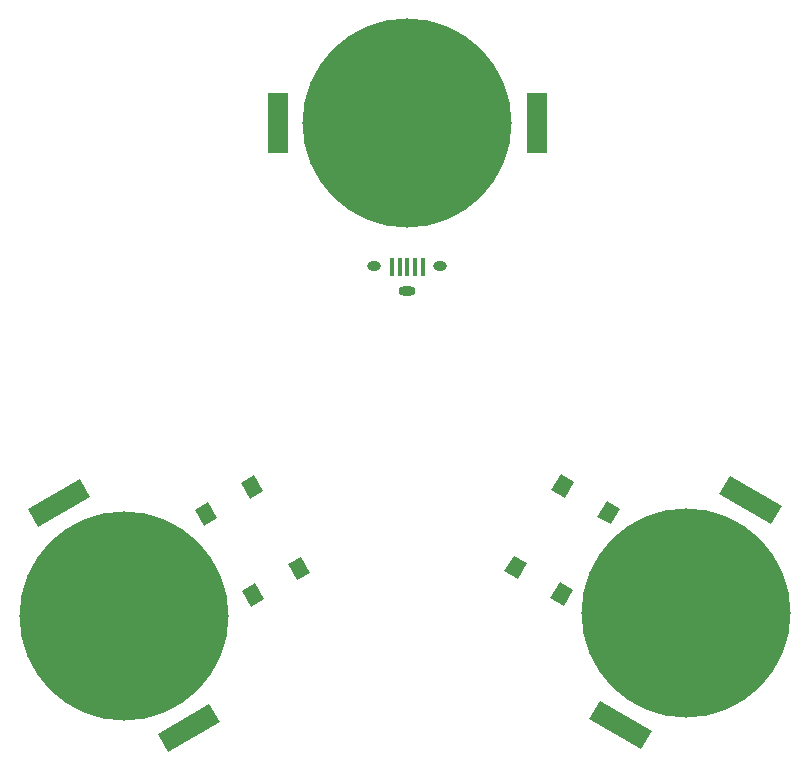
<source format=gbr>
G04 #@! TF.FileFunction,Soldermask,Bot*
%FSLAX46Y46*%
G04 Gerber Fmt 4.6, Leading zero omitted, Abs format (unit mm)*
G04 Created by KiCad (PCBNEW 4.0.4-stable) date 06/27/17 23:53:09*
%MOMM*%
%LPD*%
G01*
G04 APERTURE LIST*
%ADD10C,0.100000*%
%ADD11R,1.790000X5.080000*%
%ADD12C,17.720000*%
%ADD13R,0.450000X1.500000*%
%ADD14O,1.150000X0.800000*%
%ADD15O,1.450000X0.800000*%
G04 APERTURE END LIST*
D10*
D11*
X146980000Y-46000000D03*
D12*
X136000000Y-46000000D03*
D11*
X125020000Y-46000000D03*
D10*
G36*
X103862795Y-78685948D02*
X108262205Y-76145948D01*
X109157205Y-77696134D01*
X104757795Y-80236134D01*
X103862795Y-78685948D01*
X103862795Y-78685948D01*
G37*
D12*
X112000000Y-87700000D03*
D10*
G36*
X114842795Y-97703866D02*
X119242205Y-95163866D01*
X120137205Y-96714052D01*
X115737795Y-99254052D01*
X114842795Y-97703866D01*
X114842795Y-97703866D01*
G37*
G36*
X155812205Y-99004052D02*
X151412795Y-96464052D01*
X152307795Y-94913866D01*
X156707205Y-97453866D01*
X155812205Y-99004052D01*
X155812205Y-99004052D01*
G37*
D12*
X159550000Y-87450000D03*
D10*
G36*
X166792205Y-79986134D02*
X162392795Y-77446134D01*
X163287795Y-75895948D01*
X167687205Y-78435948D01*
X166792205Y-79986134D01*
X166792205Y-79986134D01*
G37*
G36*
X121910640Y-76486379D02*
X123036474Y-75836379D01*
X123811474Y-77178719D01*
X122685640Y-77828719D01*
X121910640Y-76486379D01*
X121910640Y-76486379D01*
G37*
G36*
X118013526Y-78736379D02*
X119139360Y-78086379D01*
X119914360Y-79428719D01*
X118788526Y-80078719D01*
X118013526Y-78736379D01*
X118013526Y-78736379D01*
G37*
G36*
X121988526Y-85621281D02*
X123114360Y-84971281D01*
X123889360Y-86313621D01*
X122763526Y-86963621D01*
X121988526Y-85621281D01*
X121988526Y-85621281D01*
G37*
G36*
X125885640Y-83371281D02*
X127011474Y-82721281D01*
X127786474Y-84063621D01*
X126660640Y-84713621D01*
X125885640Y-83371281D01*
X125885640Y-83371281D01*
G37*
G36*
X152860640Y-77986379D02*
X153986474Y-78636379D01*
X153211474Y-79978719D01*
X152085640Y-79328719D01*
X152860640Y-77986379D01*
X152860640Y-77986379D01*
G37*
G36*
X148963526Y-75736379D02*
X150089360Y-76386379D01*
X149314360Y-77728719D01*
X148188526Y-77078719D01*
X148963526Y-75736379D01*
X148963526Y-75736379D01*
G37*
G36*
X144988526Y-82621281D02*
X146114360Y-83271281D01*
X145339360Y-84613621D01*
X144213526Y-83963621D01*
X144988526Y-82621281D01*
X144988526Y-82621281D01*
G37*
G36*
X148885640Y-84871281D02*
X150011474Y-85521281D01*
X149236474Y-86863621D01*
X148110640Y-86213621D01*
X148885640Y-84871281D01*
X148885640Y-84871281D01*
G37*
D13*
X137300000Y-58224920D03*
X136650000Y-58224920D03*
X136000000Y-58224920D03*
X135350000Y-58224920D03*
X134700000Y-58224920D03*
D14*
X138800000Y-58100000D03*
X133200000Y-58100000D03*
D15*
X136000000Y-60250000D03*
M02*

</source>
